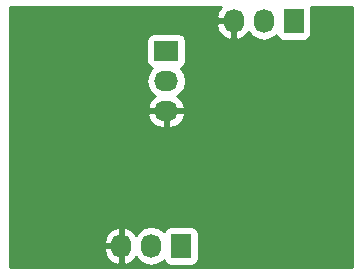
<source format=gbl>
G04 #@! TF.FileFunction,Copper,L2,Bot,Signal*
%FSLAX46Y46*%
G04 Gerber Fmt 4.6, Leading zero omitted, Abs format (unit mm)*
G04 Created by KiCad (PCBNEW 4.0.2-stable) date 5/6/2016 11:18:34 AM*
%MOMM*%
G01*
G04 APERTURE LIST*
%ADD10C,0.100000*%
%ADD11R,1.727200X2.032000*%
%ADD12O,1.727200X2.032000*%
%ADD13R,2.032000X1.727200*%
%ADD14O,2.032000X1.727200*%
%ADD15C,0.685800*%
%ADD16C,0.152400*%
%ADD17C,0.254000*%
G04 APERTURE END LIST*
D10*
D11*
X194310000Y-83820000D03*
D12*
X191770000Y-83820000D03*
X189230000Y-83820000D03*
D11*
X184785000Y-102870000D03*
D12*
X182245000Y-102870000D03*
X179705000Y-102870000D03*
D13*
X183515000Y-86360000D03*
D14*
X183515000Y-88900000D03*
X183515000Y-91440000D03*
D15*
X180340000Y-83820000D03*
X179070000Y-98425000D03*
D16*
X189230000Y-83820000D02*
X180340000Y-83820000D01*
X179705000Y-102870000D02*
X179705000Y-99060000D01*
X179705000Y-99060000D02*
X179070000Y-98425000D01*
D17*
G36*
X187938046Y-82905680D02*
X187744816Y-83458087D01*
X187889076Y-83693000D01*
X189103000Y-83693000D01*
X189103000Y-83673000D01*
X189357000Y-83673000D01*
X189357000Y-83693000D01*
X189377000Y-83693000D01*
X189377000Y-83947000D01*
X189357000Y-83947000D01*
X189357000Y-85306217D01*
X189589026Y-85427358D01*
X189604791Y-85424709D01*
X190132036Y-85170732D01*
X190503539Y-84754931D01*
X190710330Y-85064415D01*
X191196511Y-85389271D01*
X191770000Y-85503345D01*
X192343489Y-85389271D01*
X192829670Y-85064415D01*
X192839243Y-85050087D01*
X192843238Y-85071317D01*
X192982310Y-85287441D01*
X193194510Y-85432431D01*
X193446400Y-85483440D01*
X195173600Y-85483440D01*
X195408917Y-85439162D01*
X195625041Y-85300090D01*
X195770031Y-85087890D01*
X195821040Y-84836000D01*
X195821040Y-82804000D01*
X195797143Y-82677000D01*
X199263000Y-82677000D01*
X199263000Y-104648000D01*
X170307000Y-104648000D01*
X170307000Y-103231913D01*
X178219816Y-103231913D01*
X178413046Y-103784320D01*
X178802964Y-104220732D01*
X179330209Y-104474709D01*
X179345974Y-104477358D01*
X179578000Y-104356217D01*
X179578000Y-102997000D01*
X178364076Y-102997000D01*
X178219816Y-103231913D01*
X170307000Y-103231913D01*
X170307000Y-102508087D01*
X178219816Y-102508087D01*
X178364076Y-102743000D01*
X179578000Y-102743000D01*
X179578000Y-101383783D01*
X179832000Y-101383783D01*
X179832000Y-102743000D01*
X179852000Y-102743000D01*
X179852000Y-102997000D01*
X179832000Y-102997000D01*
X179832000Y-104356217D01*
X180064026Y-104477358D01*
X180079791Y-104474709D01*
X180607036Y-104220732D01*
X180978539Y-103804931D01*
X181185330Y-104114415D01*
X181671511Y-104439271D01*
X182245000Y-104553345D01*
X182818489Y-104439271D01*
X183304670Y-104114415D01*
X183314243Y-104100087D01*
X183318238Y-104121317D01*
X183457310Y-104337441D01*
X183669510Y-104482431D01*
X183921400Y-104533440D01*
X185648600Y-104533440D01*
X185883917Y-104489162D01*
X186100041Y-104350090D01*
X186245031Y-104137890D01*
X186296040Y-103886000D01*
X186296040Y-101854000D01*
X186251762Y-101618683D01*
X186112690Y-101402559D01*
X185900490Y-101257569D01*
X185648600Y-101206560D01*
X183921400Y-101206560D01*
X183686083Y-101250838D01*
X183469959Y-101389910D01*
X183324969Y-101602110D01*
X183316600Y-101643439D01*
X183304670Y-101625585D01*
X182818489Y-101300729D01*
X182245000Y-101186655D01*
X181671511Y-101300729D01*
X181185330Y-101625585D01*
X180978539Y-101935069D01*
X180607036Y-101519268D01*
X180079791Y-101265291D01*
X180064026Y-101262642D01*
X179832000Y-101383783D01*
X179578000Y-101383783D01*
X179345974Y-101262642D01*
X179330209Y-101265291D01*
X178802964Y-101519268D01*
X178413046Y-101955680D01*
X178219816Y-102508087D01*
X170307000Y-102508087D01*
X170307000Y-91799026D01*
X181907642Y-91799026D01*
X181910291Y-91814791D01*
X182164268Y-92342036D01*
X182600680Y-92731954D01*
X183153087Y-92925184D01*
X183388000Y-92780924D01*
X183388000Y-91567000D01*
X183642000Y-91567000D01*
X183642000Y-92780924D01*
X183876913Y-92925184D01*
X184429320Y-92731954D01*
X184865732Y-92342036D01*
X185119709Y-91814791D01*
X185122358Y-91799026D01*
X185001217Y-91567000D01*
X183642000Y-91567000D01*
X183388000Y-91567000D01*
X182028783Y-91567000D01*
X181907642Y-91799026D01*
X170307000Y-91799026D01*
X170307000Y-88900000D01*
X181831655Y-88900000D01*
X181945729Y-89473489D01*
X182270585Y-89959670D01*
X182580069Y-90166461D01*
X182164268Y-90537964D01*
X181910291Y-91065209D01*
X181907642Y-91080974D01*
X182028783Y-91313000D01*
X183388000Y-91313000D01*
X183388000Y-91293000D01*
X183642000Y-91293000D01*
X183642000Y-91313000D01*
X185001217Y-91313000D01*
X185122358Y-91080974D01*
X185119709Y-91065209D01*
X184865732Y-90537964D01*
X184449931Y-90166461D01*
X184759415Y-89959670D01*
X185084271Y-89473489D01*
X185198345Y-88900000D01*
X185084271Y-88326511D01*
X184759415Y-87840330D01*
X184745087Y-87830757D01*
X184766317Y-87826762D01*
X184982441Y-87687690D01*
X185127431Y-87475490D01*
X185178440Y-87223600D01*
X185178440Y-85496400D01*
X185134162Y-85261083D01*
X184995090Y-85044959D01*
X184782890Y-84899969D01*
X184531000Y-84848960D01*
X182499000Y-84848960D01*
X182263683Y-84893238D01*
X182047559Y-85032310D01*
X181902569Y-85244510D01*
X181851560Y-85496400D01*
X181851560Y-87223600D01*
X181895838Y-87458917D01*
X182034910Y-87675041D01*
X182247110Y-87820031D01*
X182288439Y-87828400D01*
X182270585Y-87840330D01*
X181945729Y-88326511D01*
X181831655Y-88900000D01*
X170307000Y-88900000D01*
X170307000Y-84181913D01*
X187744816Y-84181913D01*
X187938046Y-84734320D01*
X188327964Y-85170732D01*
X188855209Y-85424709D01*
X188870974Y-85427358D01*
X189103000Y-85306217D01*
X189103000Y-83947000D01*
X187889076Y-83947000D01*
X187744816Y-84181913D01*
X170307000Y-84181913D01*
X170307000Y-82677000D01*
X188142363Y-82677000D01*
X187938046Y-82905680D01*
X187938046Y-82905680D01*
G37*
X187938046Y-82905680D02*
X187744816Y-83458087D01*
X187889076Y-83693000D01*
X189103000Y-83693000D01*
X189103000Y-83673000D01*
X189357000Y-83673000D01*
X189357000Y-83693000D01*
X189377000Y-83693000D01*
X189377000Y-83947000D01*
X189357000Y-83947000D01*
X189357000Y-85306217D01*
X189589026Y-85427358D01*
X189604791Y-85424709D01*
X190132036Y-85170732D01*
X190503539Y-84754931D01*
X190710330Y-85064415D01*
X191196511Y-85389271D01*
X191770000Y-85503345D01*
X192343489Y-85389271D01*
X192829670Y-85064415D01*
X192839243Y-85050087D01*
X192843238Y-85071317D01*
X192982310Y-85287441D01*
X193194510Y-85432431D01*
X193446400Y-85483440D01*
X195173600Y-85483440D01*
X195408917Y-85439162D01*
X195625041Y-85300090D01*
X195770031Y-85087890D01*
X195821040Y-84836000D01*
X195821040Y-82804000D01*
X195797143Y-82677000D01*
X199263000Y-82677000D01*
X199263000Y-104648000D01*
X170307000Y-104648000D01*
X170307000Y-103231913D01*
X178219816Y-103231913D01*
X178413046Y-103784320D01*
X178802964Y-104220732D01*
X179330209Y-104474709D01*
X179345974Y-104477358D01*
X179578000Y-104356217D01*
X179578000Y-102997000D01*
X178364076Y-102997000D01*
X178219816Y-103231913D01*
X170307000Y-103231913D01*
X170307000Y-102508087D01*
X178219816Y-102508087D01*
X178364076Y-102743000D01*
X179578000Y-102743000D01*
X179578000Y-101383783D01*
X179832000Y-101383783D01*
X179832000Y-102743000D01*
X179852000Y-102743000D01*
X179852000Y-102997000D01*
X179832000Y-102997000D01*
X179832000Y-104356217D01*
X180064026Y-104477358D01*
X180079791Y-104474709D01*
X180607036Y-104220732D01*
X180978539Y-103804931D01*
X181185330Y-104114415D01*
X181671511Y-104439271D01*
X182245000Y-104553345D01*
X182818489Y-104439271D01*
X183304670Y-104114415D01*
X183314243Y-104100087D01*
X183318238Y-104121317D01*
X183457310Y-104337441D01*
X183669510Y-104482431D01*
X183921400Y-104533440D01*
X185648600Y-104533440D01*
X185883917Y-104489162D01*
X186100041Y-104350090D01*
X186245031Y-104137890D01*
X186296040Y-103886000D01*
X186296040Y-101854000D01*
X186251762Y-101618683D01*
X186112690Y-101402559D01*
X185900490Y-101257569D01*
X185648600Y-101206560D01*
X183921400Y-101206560D01*
X183686083Y-101250838D01*
X183469959Y-101389910D01*
X183324969Y-101602110D01*
X183316600Y-101643439D01*
X183304670Y-101625585D01*
X182818489Y-101300729D01*
X182245000Y-101186655D01*
X181671511Y-101300729D01*
X181185330Y-101625585D01*
X180978539Y-101935069D01*
X180607036Y-101519268D01*
X180079791Y-101265291D01*
X180064026Y-101262642D01*
X179832000Y-101383783D01*
X179578000Y-101383783D01*
X179345974Y-101262642D01*
X179330209Y-101265291D01*
X178802964Y-101519268D01*
X178413046Y-101955680D01*
X178219816Y-102508087D01*
X170307000Y-102508087D01*
X170307000Y-91799026D01*
X181907642Y-91799026D01*
X181910291Y-91814791D01*
X182164268Y-92342036D01*
X182600680Y-92731954D01*
X183153087Y-92925184D01*
X183388000Y-92780924D01*
X183388000Y-91567000D01*
X183642000Y-91567000D01*
X183642000Y-92780924D01*
X183876913Y-92925184D01*
X184429320Y-92731954D01*
X184865732Y-92342036D01*
X185119709Y-91814791D01*
X185122358Y-91799026D01*
X185001217Y-91567000D01*
X183642000Y-91567000D01*
X183388000Y-91567000D01*
X182028783Y-91567000D01*
X181907642Y-91799026D01*
X170307000Y-91799026D01*
X170307000Y-88900000D01*
X181831655Y-88900000D01*
X181945729Y-89473489D01*
X182270585Y-89959670D01*
X182580069Y-90166461D01*
X182164268Y-90537964D01*
X181910291Y-91065209D01*
X181907642Y-91080974D01*
X182028783Y-91313000D01*
X183388000Y-91313000D01*
X183388000Y-91293000D01*
X183642000Y-91293000D01*
X183642000Y-91313000D01*
X185001217Y-91313000D01*
X185122358Y-91080974D01*
X185119709Y-91065209D01*
X184865732Y-90537964D01*
X184449931Y-90166461D01*
X184759415Y-89959670D01*
X185084271Y-89473489D01*
X185198345Y-88900000D01*
X185084271Y-88326511D01*
X184759415Y-87840330D01*
X184745087Y-87830757D01*
X184766317Y-87826762D01*
X184982441Y-87687690D01*
X185127431Y-87475490D01*
X185178440Y-87223600D01*
X185178440Y-85496400D01*
X185134162Y-85261083D01*
X184995090Y-85044959D01*
X184782890Y-84899969D01*
X184531000Y-84848960D01*
X182499000Y-84848960D01*
X182263683Y-84893238D01*
X182047559Y-85032310D01*
X181902569Y-85244510D01*
X181851560Y-85496400D01*
X181851560Y-87223600D01*
X181895838Y-87458917D01*
X182034910Y-87675041D01*
X182247110Y-87820031D01*
X182288439Y-87828400D01*
X182270585Y-87840330D01*
X181945729Y-88326511D01*
X181831655Y-88900000D01*
X170307000Y-88900000D01*
X170307000Y-84181913D01*
X187744816Y-84181913D01*
X187938046Y-84734320D01*
X188327964Y-85170732D01*
X188855209Y-85424709D01*
X188870974Y-85427358D01*
X189103000Y-85306217D01*
X189103000Y-83947000D01*
X187889076Y-83947000D01*
X187744816Y-84181913D01*
X170307000Y-84181913D01*
X170307000Y-82677000D01*
X188142363Y-82677000D01*
X187938046Y-82905680D01*
M02*

</source>
